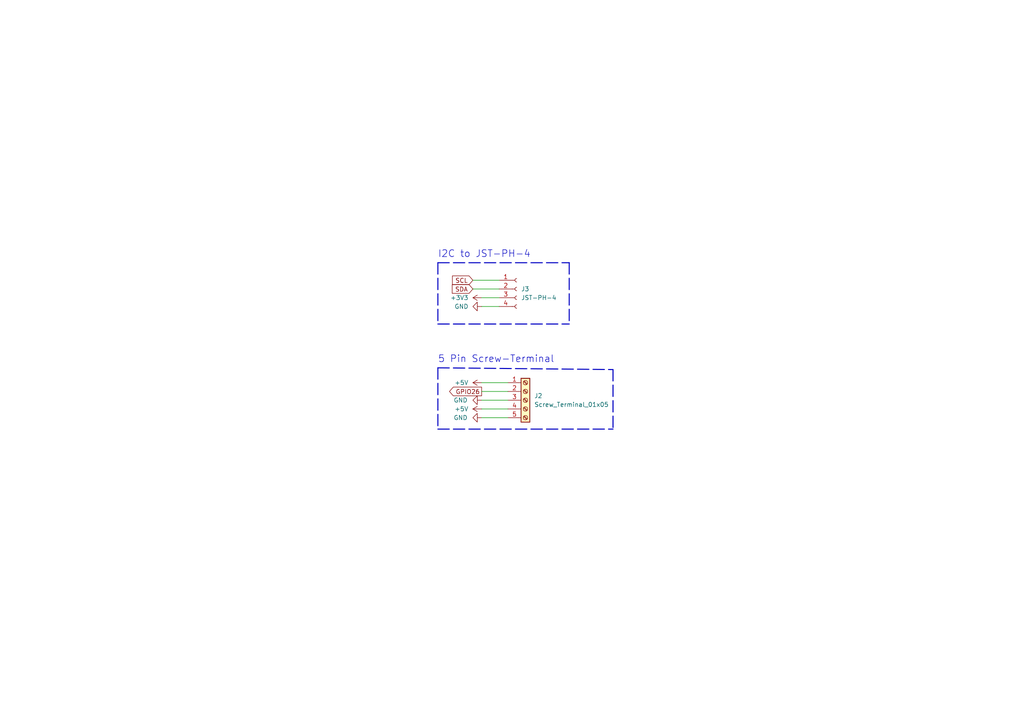
<source format=kicad_sch>
(kicad_sch (version 20211123) (generator eeschema)
  (paper "A4")
  (lib_symbols
    (symbol "Connector:Conn_01x04_Female" (pin_names (offset 1.016) hide)
      (property "Reference" "J" (at 0 5.08 0))
      (property "Value" "Conn_01x04_Female" (at 0 -7.62 0))
      (symbol "Conn_01x04_Female_1_1"
        (arc (start 0 -4.572) (mid -0.508 -5.08) (end 0 -5.588) (stroke (width 0.1524)))
        (arc (start 0 -2.032) (mid -0.508 -2.54) (end 0 -3.048) (stroke (width 0.1524)))
        (polyline (pts (xy -1.27 -5.08) (xy -0.508 -5.08)) (stroke (width 0.1524)))
        (polyline (pts (xy -1.27 -2.54) (xy -0.508 -2.54)) (stroke (width 0.1524)))
        (polyline (pts (xy -1.27 0) (xy -0.508 0)) (stroke (width 0.1524)))
        (polyline (pts (xy -1.27 2.54) (xy -0.508 2.54)) (stroke (width 0.1524)))
        (arc (start 0 0.508) (mid -0.508 0) (end 0 -0.508) (stroke (width 0.1524)))
        (arc (start 0 3.048) (mid -0.508 2.54) (end 0 2.032) (stroke (width 0.1524)))
        (pin passive line (at -5.08 2.54 0) (length 3.81) (name "Pin_1") (number "1"))
        (pin passive line (at -5.08 0 0) (length 3.81) (name "Pin_2") (number "2"))
        (pin passive line (at -5.08 -2.54 0) (length 3.81) (name "Pin_3") (number "3"))
        (pin passive line (at -5.08 -5.08 0) (length 3.81) (name "Pin_4") (number "4"))
      )
    )
    (symbol "Connector:Screw_Terminal_01x05" (pin_names (offset 1.016) hide)
      (property "Reference" "J" (at 0 7.62 0))
      (property "Value" "Screw_Terminal_01x05" (at 0 -7.62 0))
      (symbol "Screw_Terminal_01x05_1_1"
        (rectangle (start -1.27 6.35) (end 1.27 -6.35) (stroke (width 0.254)) (fill (type background)))
        (circle (center 0 -5.08) (radius 0.635) (stroke (width 0.1524)))
        (circle (center 0 -2.54) (radius 0.635) (stroke (width 0.1524)))
        (polyline (pts (xy -0.5334 -4.7498) (xy 0.3302 -5.588)) (stroke (width 0.1524)))
        (polyline (pts (xy -0.5334 -2.2098) (xy 0.3302 -3.048)) (stroke (width 0.1524)))
        (polyline (pts (xy -0.5334 0.3302) (xy 0.3302 -0.508)) (stroke (width 0.1524)))
        (polyline (pts (xy -0.5334 2.8702) (xy 0.3302 2.032)) (stroke (width 0.1524)))
        (polyline (pts (xy -0.5334 5.4102) (xy 0.3302 4.572)) (stroke (width 0.1524)))
        (polyline (pts (xy -0.3556 -4.572) (xy 0.508 -5.4102)) (stroke (width 0.1524)))
        (polyline (pts (xy -0.3556 -2.032) (xy 0.508 -2.8702)) (stroke (width 0.1524)))
        (polyline (pts (xy -0.3556 0.508) (xy 0.508 -0.3302)) (stroke (width 0.1524)))
        (polyline (pts (xy -0.3556 3.048) (xy 0.508 2.2098)) (stroke (width 0.1524)))
        (polyline (pts (xy -0.3556 5.588) (xy 0.508 4.7498)) (stroke (width 0.1524)))
        (circle (center 0 0) (radius 0.635) (stroke (width 0.1524)))
        (circle (center 0 2.54) (radius 0.635) (stroke (width 0.1524)))
        (circle (center 0 5.08) (radius 0.635) (stroke (width 0.1524)))
        (pin passive line (at -5.08 5.08 0) (length 3.81) (name "Pin_1") (number "1"))
        (pin passive line (at -5.08 2.54 0) (length 3.81) (name "Pin_2") (number "2"))
        (pin passive line (at -5.08 0 0) (length 3.81) (name "Pin_3") (number "3"))
        (pin passive line (at -5.08 -2.54 0) (length 3.81) (name "Pin_4") (number "4"))
        (pin passive line (at -5.08 -5.08 0) (length 3.81) (name "Pin_5") (number "5"))
      )
    )
    (symbol "power:+3V3" (power) (pin_names (offset 0))
      (property "Value" "+3V3" (at 0 3.556 0))
      (symbol "+3V3_0_1"
        (polyline (pts (xy -0.762 1.27) (xy 0 2.54)))
        (polyline (pts (xy 0 0) (xy 0 2.54)))
        (polyline (pts (xy 0 2.54) (xy 0.762 1.27)))
      )
      (symbol "+3V3_1_1"
        (pin power_in line (at 0 0 90) (length 0) hide (name "+3V3") (number "1"))
      )
    )
    (symbol "power:+5V" (power) (pin_names (offset 0))
      (property "Value" "+5V" (at 0 3.556 0))
      (symbol "+5V_0_1"
        (polyline (pts (xy -0.762 1.27) (xy 0 2.54)))
        (polyline (pts (xy 0 0) (xy 0 2.54)))
        (polyline (pts (xy 0 2.54) (xy 0.762 1.27)))
      )
      (symbol "+5V_1_1"
        (pin power_in line (at 0 0 90) (length 0) hide (name "+5V") (number "1"))
      )
    )
    (symbol "power:GND" (power) (pin_names (offset 0))
      (property "Value" "GND" (at 0 -3.81 0))
      (symbol "GND_0_1"
        (polyline (pts (xy 0 0) (xy 0 -1.27) (xy 1.27 -1.27) (xy 0 -2.54) (xy -1.27 -1.27) (xy 0 -1.27)))
      )
      (symbol "GND_1_1"
        (pin power_in line (at 0 0 270) (length 0) hide (name "GND") (number "1"))
      )
    )
  )
  (polyline (pts (xy 127 106.68) (xy 127 124.206)) (stroke (width 0.3)))
  (polyline (pts (xy 127 124.46) (xy 177.8 124.46)) (stroke (width 0.3)))
  (polyline (pts (xy 127 93.98) (xy 165.1 93.98)) (stroke (width 0.3)))
  (wire (pts (xy 137.16 83.82) (xy 144.78 83.82)))
  (wire (pts (xy 137.16 81.28) (xy 144.78 81.28)))
  (polyline (pts (xy 127 76.2) (xy 127 93.726)) (stroke (width 0.3)))
  (wire (pts (xy 139.7 118.618) (xy 147.32 118.618)))
  (wire (pts (xy 139.7 113.538) (xy 147.32 113.538)))
  (polyline (pts (xy 127 76.2) (xy 165.1 76.2)) (stroke (width 0.3)))
  (wire (pts (xy 139.7 86.36) (xy 144.78 86.36)))
  (wire (pts (xy 139.7 116.078) (xy 147.32 116.078)))
  (wire (pts (xy 139.7 110.998) (xy 147.32 110.998)))
  (polyline (pts (xy 127 106.68) (xy 177.8 107.188)) (stroke (width 0.3)))
  (polyline (pts (xy 177.8 107.188) (xy 177.8 124.714)) (stroke (width 0.3)))
  (wire (pts (xy 139.7 121.158) (xy 147.32 121.158)))
  (wire (pts (xy 139.7 88.9) (xy 144.78 88.9)))
  (polyline (pts (xy 165.1 76.2) (xy 165.1 93.726)) (stroke (width 0.3)))
  (text "I2C to JST-PH-4\n" (at 127 74.93 0) (effects (font (size 2 2)) (justify left bottom)))
  (text "5 Pin Screw-Terminal \n" (at 127 105.41 0) (effects (font (size 2 2)) (justify left bottom)))
  (global_label "GPIO26" (shape output) (at 139.7 113.538 180) (property "Intersheet References" "${INTERSHEET_REFS}" (effects hide)))
  (global_label "SCL" (shape input) (at 137.16 81.28 180) (property "Intersheet References" "${INTERSHEET_REFS}" (effects hide)))
  (global_label "SDA" (shape input) (at 137.16 83.82 180) (property "Intersheet References" "${INTERSHEET_REFS}" (effects hide)))
  (symbol (lib_id "power:+5V") (at 139.7 110.998 90) (unit 1)
    (property "Reference" "#PWR0101" (effects hide))
    (property "Value" "+5V" (at 135.89 110.9979 90) (effects (justify left)))
  )
  (symbol (lib_id "power:GND") (at 139.7 116.078 270) (unit 1)
    (property "Reference" "#PWR0102" (effects hide))
    (property "Value" "GND" (at 135.636 116.0779 90) (effects (justify right)))
  )
  (symbol (lib_id "power:GND") (at 139.7 88.9 270) (unit 1)
    (property "Reference" "#PWR0103" (effects hide))
    (property "Value" "GND" (at 135.89 88.8999 90) (effects (justify right)))
  )
  (symbol (lib_id "Connector:Screw_Terminal_01x05") (at 152.4 116.078 0) (unit 1)
    (property "Reference" "J2" (at 154.94 114.8079 0) (effects (justify left)))
    (property "Value" "Screw_Terminal_01x05" (at 154.94 117.3479 0) (effects (justify left)))
    (property "Footprint" "TerminalBlock_Phoenix:TerminalBlock_Phoenix_MKDS-1,5-5-5.08_1x05_P5.08mm_Horizontal" (effects hide))
  )
  (symbol (lib_id "power:+5V") (at 139.7 118.618 90) (unit 1)
    (property "Reference" "#PWR0104" (effects hide))
    (property "Value" "+5V" (at 135.89 118.6179 90) (effects (justify left)))
  )
  (symbol (lib_id "power:GND") (at 139.7 121.158 270) (unit 1)
    (property "Reference" "#PWR0109" (effects hide))
    (property "Value" "GND" (at 135.636 121.1579 90) (effects (justify right)))
  )
  (symbol (lib_id "power:+3V3") (at 139.7 86.36 90) (unit 1)
    (property "Reference" "#PWR0105" (effects hide))
    (property "Value" "+3V3" (at 135.89 86.3599 90) (effects (justify left)))
  )
  (symbol (lib_id "Connector:Conn_01x04_Female") (at 149.86 83.82 0) (unit 1)
    (property "Reference" "J3" (at 151.13 83.8199 0) (effects (justify left)))
    (property "Value" "JST-PH-4" (at 151.13 86.3599 0) (effects (justify left)))
    (property "Footprint" "Connector_JST:JST_PH_S4B-PH-SM4-TB_1x04-1MP_P2.00mm_Horizontal" (effects hide))
  )
)
</source>
